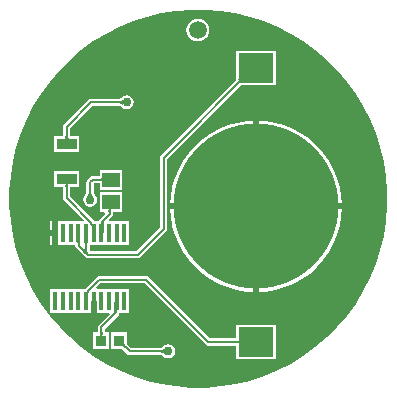
<source format=gbl>
G04*
G04 #@! TF.GenerationSoftware,Altium Limited,Altium Designer,19.1.7 (138)*
G04*
G04 Layer_Physical_Order=2*
G04 Layer_Color=16711680*
%FSLAX25Y25*%
%MOIN*%
G70*
G01*
G75*
%ADD20C,0.00800*%
%ADD21C,0.05906*%
%ADD22C,0.03000*%
%ADD23R,0.11811X0.09843*%
%ADD24C,0.55118*%
%ADD25R,0.05906X0.05118*%
%ADD26R,0.03543X0.03819*%
%ADD27R,0.06811X0.03819*%
%ADD28R,0.01614X0.06142*%
G36*
X68808Y124688D02*
X73696Y123914D01*
X78508Y122759D01*
X83214Y121230D01*
X87786Y119336D01*
X92195Y117089D01*
X96415Y114504D01*
X100418Y111595D01*
X104182Y108381D01*
X107681Y104882D01*
X110895Y101119D01*
X113804Y97115D01*
X116389Y92896D01*
X118636Y88486D01*
X120530Y83914D01*
X122059Y79208D01*
X123214Y74396D01*
X123988Y69508D01*
X124377Y64574D01*
Y59626D01*
X123988Y54692D01*
X123214Y49804D01*
X122059Y44992D01*
X120530Y40286D01*
X118636Y35714D01*
X116389Y31304D01*
X113804Y27085D01*
X110895Y23081D01*
X107681Y19318D01*
X104182Y15819D01*
X100419Y12605D01*
X96415Y9696D01*
X92195Y7111D01*
X87786Y4864D01*
X83214Y2970D01*
X78508Y1441D01*
X73696Y286D01*
X68808Y-489D01*
X63874Y-877D01*
X58926D01*
X53992Y-489D01*
X49104Y286D01*
X44292Y1441D01*
X39586Y2970D01*
X35014Y4864D01*
X30604Y7111D01*
X26385Y9696D01*
X22381Y12605D01*
X18618Y15819D01*
X15119Y19318D01*
X11905Y23081D01*
X8996Y27085D01*
X6411Y31304D01*
X4164Y35714D01*
X2270Y40286D01*
X741Y44992D01*
X-414Y49804D01*
X-1189Y54692D01*
X-1577Y59626D01*
Y64574D01*
X-1189Y69508D01*
X-414Y74396D01*
X741Y79208D01*
X2270Y83914D01*
X4164Y88486D01*
X6411Y92896D01*
X8996Y97115D01*
X11905Y101119D01*
X15119Y104882D01*
X18618Y108381D01*
X22381Y111595D01*
X26385Y114504D01*
X30604Y117089D01*
X35014Y119336D01*
X39586Y121230D01*
X44292Y122759D01*
X49104Y123914D01*
X53992Y124688D01*
X58926Y125077D01*
X63874D01*
X68808Y124688D01*
D02*
G37*
%LPC*%
G36*
X61200Y122022D02*
X60224Y121894D01*
X59314Y121517D01*
X58533Y120917D01*
X57933Y120136D01*
X57556Y119226D01*
X57428Y118250D01*
X57556Y117274D01*
X57933Y116364D01*
X58533Y115583D01*
X59314Y114983D01*
X60224Y114606D01*
X61200Y114478D01*
X62176Y114606D01*
X63086Y114983D01*
X63867Y115583D01*
X64467Y116364D01*
X64844Y117274D01*
X64972Y118250D01*
X64844Y119226D01*
X64467Y120136D01*
X63867Y120917D01*
X63086Y121517D01*
X62176Y121894D01*
X61200Y122022D01*
D02*
G37*
G36*
X37451Y96532D02*
X36558Y96355D01*
X35802Y95849D01*
X35724Y95732D01*
X35710Y95718D01*
X35618Y95639D01*
X35531Y95573D01*
X35451Y95520D01*
X35378Y95479D01*
X35312Y95448D01*
X35253Y95427D01*
X35200Y95414D01*
X35180Y95411D01*
X25543D01*
X25079Y95319D01*
X24687Y95056D01*
X24687Y95056D01*
X16594Y86963D01*
X16331Y86571D01*
X16239Y86107D01*
X16239Y86107D01*
Y82924D01*
X13257D01*
Y77530D01*
X21643D01*
Y82924D01*
X18661D01*
Y85606D01*
X26044Y92989D01*
X35180D01*
X35200Y92986D01*
X35253Y92973D01*
X35312Y92952D01*
X35378Y92921D01*
X35451Y92880D01*
X35531Y92827D01*
X35618Y92761D01*
X35710Y92681D01*
X35724Y92668D01*
X35802Y92551D01*
X36558Y92045D01*
X37451Y91868D01*
X38344Y92045D01*
X39100Y92551D01*
X39606Y93308D01*
X39783Y94200D01*
X39606Y95092D01*
X39100Y95849D01*
X38344Y96355D01*
X37451Y96532D01*
D02*
G37*
G36*
X35990Y71737D02*
X28510D01*
Y69601D01*
X26173D01*
X26173Y69601D01*
X25709Y69509D01*
X25316Y69246D01*
X24428Y68358D01*
X24166Y67965D01*
X24073Y67502D01*
X24073Y67502D01*
Y64071D01*
X24070Y64051D01*
X24057Y63998D01*
X24036Y63939D01*
X24005Y63873D01*
X23965Y63800D01*
X23911Y63720D01*
X23845Y63634D01*
X23766Y63541D01*
X23752Y63527D01*
X23635Y63449D01*
X23129Y62692D01*
X22952Y61800D01*
X23129Y60908D01*
X23635Y60151D01*
X24392Y59645D01*
X25284Y59468D01*
X26177Y59645D01*
X26933Y60151D01*
X27439Y60908D01*
X27616Y61800D01*
X27439Y62692D01*
X26933Y63449D01*
X26816Y63527D01*
X26803Y63541D01*
X26723Y63634D01*
X26657Y63720D01*
X26604Y63800D01*
X26563Y63873D01*
X26532Y63939D01*
X26511Y63998D01*
X26498Y64051D01*
X26495Y64071D01*
Y67000D01*
X26674Y67180D01*
X28510D01*
Y65044D01*
X35990D01*
Y71737D01*
D02*
G37*
G36*
X81650Y88048D02*
Y60500D01*
X109198D01*
X109074Y62703D01*
X108537Y65865D01*
X107649Y68947D01*
X106421Y71911D01*
X104870Y74718D01*
X103014Y77334D01*
X100876Y79726D01*
X98484Y81863D01*
X95868Y83720D01*
X93061Y85271D01*
X90097Y86499D01*
X87015Y87387D01*
X83853Y87924D01*
X81650Y88048D01*
D02*
G37*
G36*
X79650D02*
X77447Y87924D01*
X74285Y87387D01*
X71203Y86499D01*
X68239Y85271D01*
X65432Y83720D01*
X62816Y81863D01*
X60424Y79726D01*
X58286Y77334D01*
X56430Y74718D01*
X54879Y71911D01*
X53651Y68947D01*
X52763Y65865D01*
X52226Y62703D01*
X52102Y60500D01*
X79650D01*
Y88048D01*
D02*
G37*
G36*
X12684Y54709D02*
X11877D01*
Y51639D01*
X12684D01*
Y54709D01*
D02*
G37*
G36*
Y49639D02*
X11877D01*
Y46568D01*
X12684D01*
Y49639D01*
D02*
G37*
G36*
X87343Y111378D02*
X73957D01*
Y101702D01*
X73791Y101507D01*
X48944Y76660D01*
X48682Y76267D01*
X48589Y75804D01*
X48589Y75803D01*
Y52451D01*
X40699Y44561D01*
X25228D01*
X25204Y44611D01*
X25176Y44688D01*
X25154Y44769D01*
X25138Y44854D01*
X25131Y44912D01*
Y46780D01*
X38310D01*
Y54497D01*
X31712D01*
X31521Y54959D01*
X32706Y56144D01*
X32706Y56144D01*
X32969Y56537D01*
X33061Y57000D01*
X33061Y57000D01*
Y57563D01*
X35990D01*
Y64256D01*
X28510D01*
Y57563D01*
X29994D01*
X30201Y57063D01*
X28590Y55452D01*
X28327Y55059D01*
X28235Y54596D01*
X27745Y54497D01*
X26864D01*
X26846Y54587D01*
X26584Y54980D01*
X26584Y54980D01*
X18661Y62903D01*
Y65876D01*
X21643D01*
Y71270D01*
X13257D01*
Y65876D01*
X16239D01*
Y62401D01*
X16239Y62401D01*
X16331Y61938D01*
X16594Y61545D01*
X23180Y54959D01*
X22989Y54497D01*
X15491D01*
Y54709D01*
X14684D01*
Y54497D01*
X14649D01*
Y50639D01*
Y46780D01*
X14684D01*
Y46568D01*
X15491D01*
Y46780D01*
X20142D01*
X20422Y46368D01*
X20514Y45904D01*
X20776Y45512D01*
X23064Y43224D01*
X23064Y43224D01*
X23794Y42494D01*
X24187Y42232D01*
X24650Y42139D01*
X41200D01*
X41200Y42139D01*
X41663Y42232D01*
X42056Y42494D01*
X50656Y51094D01*
X50656Y51094D01*
X50919Y51487D01*
X51011Y51950D01*
X51011Y51950D01*
Y75302D01*
X75473Y99765D01*
X75601Y99884D01*
X75697Y99961D01*
X87343D01*
Y111378D01*
D02*
G37*
G36*
X43950Y36311D02*
X43950Y36311D01*
X28326D01*
X28326Y36311D01*
X27863Y36219D01*
X27470Y35956D01*
X23816Y32303D01*
X23554Y31910D01*
X23536Y31820D01*
X12090D01*
Y24103D01*
X24672D01*
Y23891D01*
X25480D01*
Y24103D01*
X25515D01*
Y27961D01*
X27444D01*
Y24103D01*
X27479D01*
Y23891D01*
X28287D01*
Y24103D01*
X31638D01*
X31829Y23641D01*
X28194Y20006D01*
X27931Y19613D01*
X27839Y19150D01*
X27839Y19150D01*
Y17497D01*
X26349D01*
Y12103D01*
X31467D01*
Y17497D01*
X30261D01*
Y18649D01*
X34606Y22994D01*
X34606Y22994D01*
X34868Y23386D01*
X34960Y23850D01*
X35346Y24103D01*
X38310D01*
Y31820D01*
X28287D01*
Y32032D01*
X27624D01*
X27432Y32494D01*
X28827Y33889D01*
X43448D01*
X63863Y13475D01*
X63863Y13475D01*
X64256Y13212D01*
X64719Y13120D01*
X64719Y13120D01*
X73957D01*
Y8622D01*
X87343D01*
Y20039D01*
X73957D01*
Y15541D01*
X65221D01*
X44806Y35956D01*
X44413Y36219D01*
X43950Y36311D01*
D02*
G37*
G36*
X109198Y58500D02*
X81650D01*
Y30952D01*
X83853Y31076D01*
X87015Y31613D01*
X90097Y32501D01*
X93061Y33729D01*
X95868Y35280D01*
X98484Y37137D01*
X100876Y39274D01*
X103014Y41666D01*
X104870Y44282D01*
X106421Y47089D01*
X107649Y50053D01*
X108537Y53135D01*
X109074Y56297D01*
X109198Y58500D01*
D02*
G37*
G36*
X79650D02*
X52102D01*
X52226Y56297D01*
X52763Y53135D01*
X53651Y50053D01*
X54879Y47089D01*
X56430Y44282D01*
X58286Y41666D01*
X60424Y39274D01*
X62816Y37137D01*
X65432Y35280D01*
X68239Y33729D01*
X71203Y32501D01*
X74285Y31613D01*
X77447Y31076D01*
X79650Y30952D01*
Y58500D01*
D02*
G37*
G36*
X37451Y17497D02*
X32333D01*
Y12103D01*
X35850D01*
X36035Y11945D01*
X37636Y10344D01*
X38029Y10081D01*
X38492Y9989D01*
X38492Y9989D01*
X49034D01*
X49054Y9986D01*
X49107Y9973D01*
X49166Y9952D01*
X49232Y9921D01*
X49305Y9881D01*
X49385Y9827D01*
X49471Y9761D01*
X49564Y9681D01*
X49578Y9668D01*
X49656Y9551D01*
X50412Y9045D01*
X51305Y8868D01*
X52197Y9045D01*
X52954Y9551D01*
X53460Y10307D01*
X53637Y11200D01*
X53460Y12093D01*
X52954Y12849D01*
X52197Y13355D01*
X51305Y13532D01*
X50412Y13355D01*
X49656Y12849D01*
X49578Y12732D01*
X49564Y12718D01*
X49471Y12639D01*
X49385Y12573D01*
X49305Y12520D01*
X49232Y12479D01*
X49166Y12448D01*
X49107Y12427D01*
X49054Y12414D01*
X49034Y12411D01*
X38994D01*
X37653Y13751D01*
X37540Y13873D01*
X37464Y13968D01*
X37451Y13986D01*
Y17497D01*
D02*
G37*
%LPD*%
G36*
X36380Y93150D02*
X36252Y93274D01*
X36125Y93384D01*
X35997Y93481D01*
X35870Y93566D01*
X35743Y93638D01*
X35615Y93696D01*
X35488Y93742D01*
X35360Y93774D01*
X35233Y93793D01*
X35105Y93800D01*
Y94600D01*
X35233Y94607D01*
X35360Y94626D01*
X35488Y94658D01*
X35615Y94704D01*
X35743Y94762D01*
X35870Y94834D01*
X35997Y94919D01*
X36125Y95016D01*
X36252Y95126D01*
X36380Y95250D01*
Y93150D01*
D02*
G37*
G36*
X17854Y82770D02*
X17866Y82632D01*
X17886Y82510D01*
X17914Y82405D01*
X17950Y82315D01*
X17994Y82242D01*
X18046Y82185D01*
X18106Y82145D01*
X18174Y82120D01*
X18250Y82112D01*
X16650D01*
X16726Y82120D01*
X16794Y82145D01*
X16854Y82185D01*
X16906Y82242D01*
X16950Y82315D01*
X16986Y82405D01*
X17014Y82510D01*
X17034Y82632D01*
X17046Y82770D01*
X17050Y82924D01*
X17850D01*
X17854Y82770D01*
D02*
G37*
G36*
X29321Y67590D02*
X29313Y67666D01*
X29289Y67734D01*
X29248Y67794D01*
X29191Y67846D01*
X29118Y67890D01*
X29029Y67926D01*
X28923Y67954D01*
X28802Y67974D01*
X28664Y67986D01*
X28509Y67990D01*
Y68790D01*
X28664Y68794D01*
X28802Y68806D01*
X28923Y68826D01*
X29029Y68854D01*
X29118Y68890D01*
X29191Y68934D01*
X29248Y68986D01*
X29289Y69046D01*
X29313Y69114D01*
X29321Y69190D01*
Y67590D01*
D02*
G37*
G36*
X25691Y64018D02*
X25710Y63891D01*
X25743Y63763D01*
X25788Y63636D01*
X25847Y63508D01*
X25918Y63381D01*
X26003Y63253D01*
X26100Y63126D01*
X26211Y62999D01*
X26334Y62871D01*
X24234D01*
X24358Y62999D01*
X24468Y63126D01*
X24566Y63253D01*
X24650Y63381D01*
X24722Y63508D01*
X24780Y63636D01*
X24826Y63763D01*
X24858Y63891D01*
X24878Y64018D01*
X24884Y64146D01*
X25684D01*
X25691Y64018D01*
D02*
G37*
G36*
X75888Y100772D02*
X75827Y100816D01*
X75754Y100838D01*
X75670Y100836D01*
X75574Y100812D01*
X75467Y100766D01*
X75348Y100697D01*
X75217Y100605D01*
X75075Y100491D01*
X74756Y100194D01*
X74191Y100760D01*
X74350Y100925D01*
X74602Y101221D01*
X74693Y101351D01*
X74762Y101470D01*
X74809Y101577D01*
X74833Y101673D01*
X74834Y101758D01*
X74813Y101830D01*
X74769Y101891D01*
X75888Y100772D01*
D02*
G37*
G36*
X18174Y66680D02*
X18106Y66655D01*
X18046Y66615D01*
X17994Y66558D01*
X17950Y66485D01*
X17914Y66395D01*
X17886Y66290D01*
X17866Y66168D01*
X17854Y66030D01*
X17850Y65876D01*
X17050D01*
X17046Y66030D01*
X17034Y66168D01*
X17014Y66290D01*
X16986Y66395D01*
X16950Y66485D01*
X16906Y66558D01*
X16854Y66615D01*
X16794Y66655D01*
X16726Y66680D01*
X16650Y66688D01*
X18250D01*
X18174Y66680D01*
D02*
G37*
G36*
X32574Y58367D02*
X32506Y58342D01*
X32446Y58302D01*
X32394Y58245D01*
X32350Y58172D01*
X32314Y58082D01*
X32286Y57977D01*
X32266Y57855D01*
X32254Y57717D01*
X32250Y57563D01*
X31450D01*
X31446Y57717D01*
X31434Y57855D01*
X31414Y57977D01*
X31386Y58082D01*
X31350Y58172D01*
X31306Y58245D01*
X31254Y58302D01*
X31194Y58342D01*
X31126Y58367D01*
X31050Y58375D01*
X32650D01*
X32574Y58367D01*
D02*
G37*
G36*
X29834Y53697D02*
X28646Y53685D01*
X28722Y53694D01*
X28790Y53719D01*
X28850Y53760D01*
X28902Y53817D01*
X28946Y53891D01*
X28982Y53980D01*
X29010Y54085D01*
X29030Y54206D01*
X29042Y54344D01*
X29046Y54497D01*
X29846D01*
X29834Y53697D01*
D02*
G37*
G36*
X24641Y47572D02*
X24573Y47548D01*
X24514Y47508D01*
X24463Y47452D01*
X24419Y47380D01*
X24384Y47292D01*
X24356Y47188D01*
X24336Y47068D01*
X24324Y46932D01*
X24320Y46780D01*
X23520D01*
X23516Y46932D01*
X23505Y47068D01*
X23485Y47188D01*
X23457Y47292D01*
X23422Y47380D01*
X23378Y47452D01*
X23327Y47508D01*
X23268Y47548D01*
X23201Y47572D01*
X23125Y47580D01*
X24715D01*
X24641Y47572D01*
D02*
G37*
G36*
X22156Y47580D02*
X22133Y47572D01*
X22112Y47548D01*
X22093Y47508D01*
X22077Y47452D01*
X22063Y47380D01*
X22052Y47292D01*
X22037Y47068D01*
X22032Y46780D01*
X21232D01*
X21228Y46933D01*
X21216Y47071D01*
X21196Y47192D01*
X21168Y47298D01*
X21132Y47387D01*
X21088Y47460D01*
X21036Y47517D01*
X20976Y47558D01*
X20908Y47583D01*
X20832Y47592D01*
X22156Y47580D01*
D02*
G37*
G36*
X24320Y45045D02*
X24326Y44888D01*
X24343Y44735D01*
X24371Y44586D01*
X24411Y44443D01*
X24462Y44304D01*
X24524Y44170D01*
X24598Y44040D01*
X24682Y43915D01*
X24779Y43795D01*
X24886Y43679D01*
X23638Y43797D01*
X23072Y44362D01*
X22955Y45611D01*
X23062Y45511D01*
X23158Y45439D01*
X23243Y45394D01*
X23317Y45377D01*
X23379Y45387D01*
X23430Y45424D01*
X23470Y45488D01*
X23498Y45580D01*
X23515Y45699D01*
X23520Y45845D01*
X24320Y45045D01*
D02*
G37*
G36*
X34474Y24906D02*
X34406Y24881D01*
X34346Y24840D01*
X34294Y24783D01*
X34250Y24710D01*
X34214Y24620D01*
X34186Y24515D01*
X34166Y24394D01*
X34154Y24256D01*
X34150Y24103D01*
X33350D01*
X33362Y24903D01*
X34550Y24915D01*
X34474Y24906D01*
D02*
G37*
G36*
X29454Y17343D02*
X29466Y17205D01*
X29486Y17083D01*
X29514Y16978D01*
X29550Y16888D01*
X29594Y16815D01*
X29646Y16759D01*
X29706Y16718D01*
X29774Y16694D01*
X29850Y16686D01*
X28250D01*
X28326Y16694D01*
X28394Y16718D01*
X28454Y16759D01*
X28506Y16815D01*
X28550Y16888D01*
X28586Y16978D01*
X28614Y17083D01*
X28634Y17205D01*
X28646Y17343D01*
X28650Y17497D01*
X29450D01*
X29454Y17343D01*
D02*
G37*
G36*
X74769Y13531D02*
X74760Y13607D01*
X74736Y13675D01*
X74695Y13735D01*
X74639Y13787D01*
X74566Y13831D01*
X74476Y13867D01*
X74371Y13895D01*
X74249Y13915D01*
X74111Y13927D01*
X73957Y13931D01*
Y14731D01*
X74111Y14735D01*
X74249Y14747D01*
X74371Y14767D01*
X74476Y14795D01*
X74566Y14831D01*
X74639Y14875D01*
X74695Y14927D01*
X74736Y14987D01*
X74760Y15055D01*
X74769Y15131D01*
Y13531D01*
D02*
G37*
G36*
X36602Y14104D02*
X36585Y14027D01*
X36590Y13939D01*
X36616Y13841D01*
X36663Y13733D01*
X36731Y13615D01*
X36821Y13487D01*
X36932Y13348D01*
X37218Y13040D01*
X36790Y12337D01*
X36618Y12503D01*
X36314Y12762D01*
X36182Y12856D01*
X36062Y12926D01*
X35956Y12971D01*
X35862Y12993D01*
X35781Y12991D01*
X35713Y12965D01*
X35658Y12914D01*
X36640Y14172D01*
X36602Y14104D01*
D02*
G37*
G36*
X50234Y10150D02*
X50106Y10273D01*
X49979Y10384D01*
X49851Y10481D01*
X49724Y10566D01*
X49597Y10638D01*
X49469Y10696D01*
X49342Y10741D01*
X49214Y10774D01*
X49087Y10793D01*
X48959Y10800D01*
Y11600D01*
X49087Y11607D01*
X49214Y11626D01*
X49342Y11659D01*
X49469Y11704D01*
X49597Y11762D01*
X49724Y11834D01*
X49851Y11919D01*
X49979Y12016D01*
X50106Y12127D01*
X50234Y12250D01*
Y10150D01*
D02*
G37*
D20*
X34892Y14800D02*
X38492Y11200D01*
X51305D01*
X29050Y14942D02*
Y19150D01*
X33750Y23850D01*
Y27554D01*
X25543Y94200D02*
X37451D01*
X17450Y86107D02*
X25543Y94200D01*
X17450Y80227D02*
Y86107D01*
X26173Y68390D02*
X32250D01*
X25284Y67502D02*
X26173Y68390D01*
X25284Y61800D02*
Y67502D01*
X64719Y14331D02*
X80650D01*
X43950Y35100D02*
X64719Y14331D01*
X28326Y35100D02*
X43950D01*
X23921Y44080D02*
X24650Y43350D01*
X21632Y46368D02*
X23921Y44080D01*
X21632Y46368D02*
Y50368D01*
X21361Y50639D02*
X21632Y50368D01*
X23921Y44080D02*
Y50639D01*
X24650Y43350D02*
X41200D01*
X49800Y51950D01*
Y75804D01*
X79666Y105669D01*
X80650D01*
X24672Y31446D02*
X28326Y35100D01*
X24672Y30977D02*
Y31446D01*
X23921Y30225D02*
X24672Y30977D01*
X23921Y27961D02*
Y30225D01*
X29446Y51046D02*
Y54596D01*
X29039Y50639D02*
X29446Y51046D01*
X31850Y57000D02*
Y60510D01*
X29446Y54596D02*
X31850Y57000D01*
Y60510D02*
X32250Y60910D01*
X17450Y62401D02*
Y68573D01*
Y62401D02*
X25728Y54124D01*
Y53654D02*
Y54124D01*
Y53654D02*
X26480Y52902D01*
Y50639D02*
Y52902D01*
X28908Y14800D02*
X29050Y14942D01*
X33750Y27554D02*
X34157Y27961D01*
X34169Y27950D01*
D21*
X61200Y118250D02*
D03*
D22*
X70486Y11200D02*
D03*
X51305D02*
D03*
X37451Y94200D02*
D03*
X61000Y102850D02*
D03*
X25284Y61800D02*
D03*
X3700D02*
D03*
D23*
X80650Y14331D02*
D03*
Y105669D02*
D03*
D24*
Y59500D02*
D03*
D25*
X32250Y60910D02*
D03*
Y68390D02*
D03*
D26*
X34892Y14800D02*
D03*
X28908D02*
D03*
D27*
X17450Y68573D02*
D03*
Y80227D02*
D03*
D28*
X13684Y27961D02*
D03*
X16243D02*
D03*
X18802D02*
D03*
X21361D02*
D03*
X23921D02*
D03*
X26480D02*
D03*
X29039D02*
D03*
X31598D02*
D03*
X34157D02*
D03*
X36716D02*
D03*
Y50639D02*
D03*
X34157D02*
D03*
X31598D02*
D03*
X29039D02*
D03*
X26480D02*
D03*
X23921D02*
D03*
X21361D02*
D03*
X18802D02*
D03*
X16243D02*
D03*
X13684D02*
D03*
M02*

</source>
